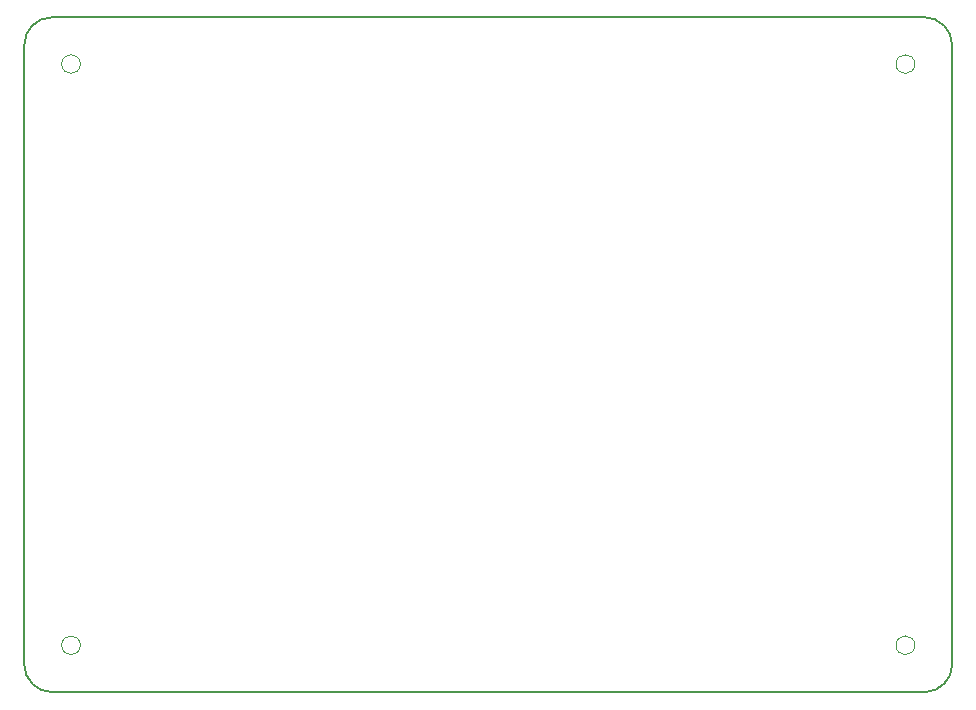
<source format=gm1>
%TF.GenerationSoftware,KiCad,Pcbnew,(6.0.9)*%
%TF.CreationDate,2023-03-10T16:46:27-06:00*%
%TF.ProjectId,Programmable Keys,50726f67-7261-46d6-9d61-626c65204b65,rev?*%
%TF.SameCoordinates,Original*%
%TF.FileFunction,Profile,NP*%
%FSLAX46Y46*%
G04 Gerber Fmt 4.6, Leading zero omitted, Abs format (unit mm)*
G04 Created by KiCad (PCBNEW (6.0.9)) date 2023-03-10 16:46:27*
%MOMM*%
%LPD*%
G01*
G04 APERTURE LIST*
%TA.AperFunction,Profile*%
%ADD10C,0.150000*%
%TD*%
%TA.AperFunction,Profile*%
%ADD11C,0.100000*%
%TD*%
G04 APERTURE END LIST*
D10*
X147637500Y-107156250D02*
G75*
G03*
X150018750Y-109537500I2376000J-5250D01*
G01*
D11*
X152400000Y-105568750D02*
G75*
G03*
X152400000Y-105568750I-793750J0D01*
G01*
D10*
X150018750Y-52387500D02*
X223837500Y-52387500D01*
D11*
X223043750Y-105568750D02*
G75*
G03*
X223043750Y-105568750I-793750J0D01*
G01*
D10*
X223837500Y-109537550D02*
G75*
G03*
X226218750Y-107156250I-100J2381350D01*
G01*
X147637500Y-107156250D02*
X147637500Y-54768750D01*
X150018750Y-109537500D02*
X223837500Y-109537500D01*
D11*
X223043750Y-56356250D02*
G75*
G03*
X223043750Y-56356250I-793750J0D01*
G01*
D10*
X226218700Y-54768750D02*
G75*
G03*
X223837500Y-52387500I-2381200J50D01*
G01*
X226218750Y-54768750D02*
X226218750Y-107156250D01*
D11*
X152400000Y-56356250D02*
G75*
G03*
X152400000Y-56356250I-793750J0D01*
G01*
D10*
X150018750Y-52387500D02*
G75*
G03*
X147637500Y-54768750I50J-2381300D01*
G01*
M02*

</source>
